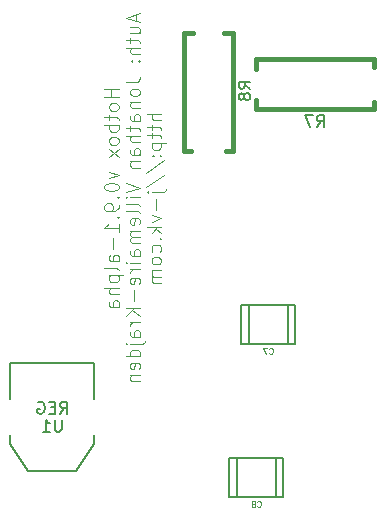
<source format=gbo>
%FSLAX34Y34*%
G04 Gerber Fmt 3.4, Leading zero omitted, Abs format*
G04 (created by PCBNEW (2014-jan-25)-product) date Fri 29 May 2015 04:51:05 AM EDT*
%MOIN*%
G01*
G70*
G90*
G04 APERTURE LIST*
%ADD10C,0.005906*%
%ADD11C,0.004724*%
%ADD12C,0.005000*%
%ADD13C,0.015000*%
%ADD14C,0.008000*%
%ADD15C,0.004700*%
G04 APERTURE END LIST*
G54D10*
G54D11*
X43455Y-57066D02*
X42982Y-57066D01*
X43207Y-57066D02*
X43207Y-57336D01*
X43455Y-57336D02*
X42982Y-57336D01*
X43455Y-57629D02*
X43432Y-57584D01*
X43410Y-57561D01*
X43365Y-57539D01*
X43230Y-57539D01*
X43185Y-57561D01*
X43162Y-57584D01*
X43140Y-57629D01*
X43140Y-57696D01*
X43162Y-57741D01*
X43185Y-57764D01*
X43230Y-57786D01*
X43365Y-57786D01*
X43410Y-57764D01*
X43432Y-57741D01*
X43455Y-57696D01*
X43455Y-57629D01*
X43140Y-57921D02*
X43140Y-58101D01*
X42982Y-57989D02*
X43387Y-57989D01*
X43432Y-58011D01*
X43455Y-58056D01*
X43455Y-58101D01*
X43455Y-58259D02*
X42982Y-58259D01*
X43162Y-58259D02*
X43140Y-58304D01*
X43140Y-58394D01*
X43162Y-58439D01*
X43185Y-58461D01*
X43230Y-58484D01*
X43365Y-58484D01*
X43410Y-58461D01*
X43432Y-58439D01*
X43455Y-58394D01*
X43455Y-58304D01*
X43432Y-58259D01*
X43455Y-58753D02*
X43432Y-58708D01*
X43410Y-58686D01*
X43365Y-58664D01*
X43230Y-58664D01*
X43185Y-58686D01*
X43162Y-58708D01*
X43140Y-58753D01*
X43140Y-58821D01*
X43162Y-58866D01*
X43185Y-58888D01*
X43230Y-58911D01*
X43365Y-58911D01*
X43410Y-58888D01*
X43432Y-58866D01*
X43455Y-58821D01*
X43455Y-58753D01*
X43455Y-59068D02*
X43140Y-59316D01*
X43140Y-59068D02*
X43455Y-59316D01*
X43140Y-59811D02*
X43455Y-59923D01*
X43140Y-60036D01*
X42982Y-60306D02*
X42982Y-60351D01*
X43005Y-60396D01*
X43027Y-60418D01*
X43072Y-60441D01*
X43162Y-60463D01*
X43275Y-60463D01*
X43365Y-60441D01*
X43410Y-60418D01*
X43432Y-60396D01*
X43455Y-60351D01*
X43455Y-60306D01*
X43432Y-60261D01*
X43410Y-60238D01*
X43365Y-60216D01*
X43275Y-60193D01*
X43162Y-60193D01*
X43072Y-60216D01*
X43027Y-60238D01*
X43005Y-60261D01*
X42982Y-60306D01*
X43410Y-60666D02*
X43432Y-60688D01*
X43455Y-60666D01*
X43432Y-60643D01*
X43410Y-60666D01*
X43455Y-60666D01*
X43455Y-60913D02*
X43455Y-61003D01*
X43432Y-61048D01*
X43410Y-61071D01*
X43342Y-61116D01*
X43252Y-61138D01*
X43072Y-61138D01*
X43027Y-61116D01*
X43005Y-61093D01*
X42982Y-61048D01*
X42982Y-60958D01*
X43005Y-60913D01*
X43027Y-60891D01*
X43072Y-60868D01*
X43185Y-60868D01*
X43230Y-60891D01*
X43252Y-60913D01*
X43275Y-60958D01*
X43275Y-61048D01*
X43252Y-61093D01*
X43230Y-61116D01*
X43185Y-61138D01*
X43410Y-61341D02*
X43432Y-61363D01*
X43455Y-61341D01*
X43432Y-61318D01*
X43410Y-61341D01*
X43455Y-61341D01*
X43455Y-61813D02*
X43455Y-61543D01*
X43455Y-61678D02*
X42982Y-61678D01*
X43050Y-61633D01*
X43095Y-61588D01*
X43117Y-61543D01*
X43275Y-62016D02*
X43275Y-62376D01*
X43455Y-62803D02*
X43207Y-62803D01*
X43162Y-62780D01*
X43140Y-62735D01*
X43140Y-62646D01*
X43162Y-62601D01*
X43432Y-62803D02*
X43455Y-62758D01*
X43455Y-62646D01*
X43432Y-62601D01*
X43387Y-62578D01*
X43342Y-62578D01*
X43297Y-62601D01*
X43275Y-62646D01*
X43275Y-62758D01*
X43252Y-62803D01*
X43455Y-63095D02*
X43432Y-63050D01*
X43387Y-63028D01*
X42982Y-63028D01*
X43140Y-63275D02*
X43612Y-63275D01*
X43162Y-63275D02*
X43140Y-63320D01*
X43140Y-63410D01*
X43162Y-63455D01*
X43185Y-63478D01*
X43230Y-63500D01*
X43365Y-63500D01*
X43410Y-63478D01*
X43432Y-63455D01*
X43455Y-63410D01*
X43455Y-63320D01*
X43432Y-63275D01*
X43455Y-63703D02*
X42982Y-63703D01*
X43455Y-63905D02*
X43207Y-63905D01*
X43162Y-63883D01*
X43140Y-63838D01*
X43140Y-63770D01*
X43162Y-63725D01*
X43185Y-63703D01*
X43455Y-64333D02*
X43207Y-64333D01*
X43162Y-64310D01*
X43140Y-64265D01*
X43140Y-64175D01*
X43162Y-64130D01*
X43432Y-64333D02*
X43455Y-64288D01*
X43455Y-64175D01*
X43432Y-64130D01*
X43387Y-64108D01*
X43342Y-64108D01*
X43297Y-64130D01*
X43275Y-64175D01*
X43275Y-64288D01*
X43252Y-64333D01*
X44028Y-54569D02*
X44028Y-54794D01*
X44163Y-54524D02*
X43691Y-54682D01*
X44163Y-54839D01*
X43848Y-55199D02*
X44163Y-55199D01*
X43848Y-54996D02*
X44096Y-54996D01*
X44141Y-55019D01*
X44163Y-55064D01*
X44163Y-55131D01*
X44141Y-55176D01*
X44118Y-55199D01*
X43848Y-55356D02*
X43848Y-55536D01*
X43691Y-55424D02*
X44096Y-55424D01*
X44141Y-55446D01*
X44163Y-55491D01*
X44163Y-55536D01*
X44163Y-55694D02*
X43691Y-55694D01*
X44163Y-55896D02*
X43916Y-55896D01*
X43871Y-55874D01*
X43848Y-55829D01*
X43848Y-55761D01*
X43871Y-55716D01*
X43893Y-55694D01*
X44118Y-56121D02*
X44141Y-56144D01*
X44163Y-56121D01*
X44141Y-56099D01*
X44118Y-56121D01*
X44163Y-56121D01*
X43871Y-56121D02*
X43893Y-56144D01*
X43916Y-56121D01*
X43893Y-56099D01*
X43871Y-56121D01*
X43916Y-56121D01*
X43691Y-56841D02*
X44028Y-56841D01*
X44096Y-56819D01*
X44141Y-56774D01*
X44163Y-56706D01*
X44163Y-56661D01*
X44163Y-57134D02*
X44141Y-57089D01*
X44118Y-57066D01*
X44073Y-57044D01*
X43938Y-57044D01*
X43893Y-57066D01*
X43871Y-57089D01*
X43848Y-57134D01*
X43848Y-57201D01*
X43871Y-57246D01*
X43893Y-57269D01*
X43938Y-57291D01*
X44073Y-57291D01*
X44118Y-57269D01*
X44141Y-57246D01*
X44163Y-57201D01*
X44163Y-57134D01*
X43848Y-57494D02*
X44163Y-57494D01*
X43893Y-57494D02*
X43871Y-57516D01*
X43848Y-57561D01*
X43848Y-57629D01*
X43871Y-57674D01*
X43916Y-57696D01*
X44163Y-57696D01*
X44163Y-58124D02*
X43916Y-58124D01*
X43871Y-58101D01*
X43848Y-58056D01*
X43848Y-57966D01*
X43871Y-57921D01*
X44141Y-58124D02*
X44163Y-58079D01*
X44163Y-57966D01*
X44141Y-57921D01*
X44096Y-57899D01*
X44051Y-57899D01*
X44006Y-57921D01*
X43983Y-57966D01*
X43983Y-58079D01*
X43961Y-58124D01*
X43848Y-58281D02*
X43848Y-58461D01*
X43691Y-58349D02*
X44096Y-58349D01*
X44141Y-58371D01*
X44163Y-58416D01*
X44163Y-58461D01*
X44163Y-58619D02*
X43691Y-58619D01*
X44163Y-58821D02*
X43916Y-58821D01*
X43871Y-58798D01*
X43848Y-58753D01*
X43848Y-58686D01*
X43871Y-58641D01*
X43893Y-58619D01*
X44163Y-59248D02*
X43916Y-59248D01*
X43871Y-59226D01*
X43848Y-59181D01*
X43848Y-59091D01*
X43871Y-59046D01*
X44141Y-59248D02*
X44163Y-59203D01*
X44163Y-59091D01*
X44141Y-59046D01*
X44096Y-59023D01*
X44051Y-59023D01*
X44006Y-59046D01*
X43983Y-59091D01*
X43983Y-59203D01*
X43961Y-59248D01*
X43848Y-59473D02*
X44163Y-59473D01*
X43893Y-59473D02*
X43871Y-59496D01*
X43848Y-59541D01*
X43848Y-59608D01*
X43871Y-59653D01*
X43916Y-59676D01*
X44163Y-59676D01*
X43691Y-60193D02*
X44163Y-60351D01*
X43691Y-60508D01*
X44163Y-60666D02*
X43848Y-60666D01*
X43691Y-60666D02*
X43713Y-60643D01*
X43736Y-60666D01*
X43713Y-60688D01*
X43691Y-60666D01*
X43736Y-60666D01*
X44163Y-60958D02*
X44141Y-60913D01*
X44096Y-60891D01*
X43691Y-60891D01*
X44163Y-61206D02*
X44141Y-61161D01*
X44096Y-61138D01*
X43691Y-61138D01*
X44141Y-61566D02*
X44163Y-61521D01*
X44163Y-61431D01*
X44141Y-61386D01*
X44096Y-61363D01*
X43916Y-61363D01*
X43871Y-61386D01*
X43848Y-61431D01*
X43848Y-61521D01*
X43871Y-61566D01*
X43916Y-61588D01*
X43961Y-61588D01*
X44006Y-61363D01*
X44163Y-61791D02*
X43848Y-61791D01*
X43893Y-61791D02*
X43871Y-61813D01*
X43848Y-61858D01*
X43848Y-61926D01*
X43871Y-61971D01*
X43916Y-61993D01*
X44163Y-61993D01*
X43916Y-61993D02*
X43871Y-62016D01*
X43848Y-62061D01*
X43848Y-62128D01*
X43871Y-62173D01*
X43916Y-62196D01*
X44163Y-62196D01*
X44163Y-62623D02*
X43916Y-62623D01*
X43871Y-62601D01*
X43848Y-62556D01*
X43848Y-62466D01*
X43871Y-62421D01*
X44141Y-62623D02*
X44163Y-62578D01*
X44163Y-62466D01*
X44141Y-62421D01*
X44096Y-62398D01*
X44051Y-62398D01*
X44006Y-62421D01*
X43983Y-62466D01*
X43983Y-62578D01*
X43961Y-62623D01*
X44163Y-62848D02*
X43848Y-62848D01*
X43691Y-62848D02*
X43713Y-62825D01*
X43736Y-62848D01*
X43713Y-62870D01*
X43691Y-62848D01*
X43736Y-62848D01*
X44163Y-63073D02*
X43848Y-63073D01*
X43938Y-63073D02*
X43893Y-63095D01*
X43871Y-63118D01*
X43848Y-63163D01*
X43848Y-63208D01*
X44141Y-63545D02*
X44163Y-63500D01*
X44163Y-63410D01*
X44141Y-63365D01*
X44096Y-63343D01*
X43916Y-63343D01*
X43871Y-63365D01*
X43848Y-63410D01*
X43848Y-63500D01*
X43871Y-63545D01*
X43916Y-63568D01*
X43961Y-63568D01*
X44006Y-63343D01*
X43983Y-63770D02*
X43983Y-64130D01*
X44163Y-64355D02*
X43691Y-64355D01*
X44163Y-64625D02*
X43893Y-64423D01*
X43691Y-64625D02*
X43961Y-64355D01*
X44163Y-64828D02*
X43848Y-64828D01*
X43938Y-64828D02*
X43893Y-64850D01*
X43871Y-64873D01*
X43848Y-64918D01*
X43848Y-64963D01*
X44163Y-65323D02*
X43916Y-65323D01*
X43871Y-65300D01*
X43848Y-65255D01*
X43848Y-65165D01*
X43871Y-65120D01*
X44141Y-65323D02*
X44163Y-65278D01*
X44163Y-65165D01*
X44141Y-65120D01*
X44096Y-65098D01*
X44051Y-65098D01*
X44006Y-65120D01*
X43983Y-65165D01*
X43983Y-65278D01*
X43961Y-65323D01*
X43848Y-65548D02*
X44253Y-65548D01*
X44298Y-65525D01*
X44321Y-65480D01*
X44321Y-65458D01*
X43691Y-65548D02*
X43713Y-65525D01*
X43736Y-65548D01*
X43713Y-65570D01*
X43691Y-65548D01*
X43736Y-65548D01*
X44163Y-65975D02*
X43691Y-65975D01*
X44141Y-65975D02*
X44163Y-65930D01*
X44163Y-65840D01*
X44141Y-65795D01*
X44118Y-65773D01*
X44073Y-65750D01*
X43938Y-65750D01*
X43893Y-65773D01*
X43871Y-65795D01*
X43848Y-65840D01*
X43848Y-65930D01*
X43871Y-65975D01*
X44141Y-66380D02*
X44163Y-66335D01*
X44163Y-66245D01*
X44141Y-66200D01*
X44096Y-66178D01*
X43916Y-66178D01*
X43871Y-66200D01*
X43848Y-66245D01*
X43848Y-66335D01*
X43871Y-66380D01*
X43916Y-66403D01*
X43961Y-66403D01*
X44006Y-66178D01*
X43848Y-66605D02*
X44163Y-66605D01*
X43893Y-66605D02*
X43871Y-66628D01*
X43848Y-66673D01*
X43848Y-66740D01*
X43871Y-66785D01*
X43916Y-66807D01*
X44163Y-66807D01*
X44872Y-57887D02*
X44399Y-57887D01*
X44872Y-58090D02*
X44624Y-58090D01*
X44579Y-58067D01*
X44557Y-58022D01*
X44557Y-57955D01*
X44579Y-57910D01*
X44602Y-57887D01*
X44557Y-58247D02*
X44557Y-58427D01*
X44399Y-58315D02*
X44804Y-58315D01*
X44849Y-58337D01*
X44872Y-58382D01*
X44872Y-58427D01*
X44557Y-58517D02*
X44557Y-58697D01*
X44399Y-58585D02*
X44804Y-58585D01*
X44849Y-58607D01*
X44872Y-58652D01*
X44872Y-58697D01*
X44557Y-58855D02*
X45029Y-58855D01*
X44579Y-58855D02*
X44557Y-58900D01*
X44557Y-58990D01*
X44579Y-59035D01*
X44602Y-59057D01*
X44647Y-59080D01*
X44782Y-59080D01*
X44827Y-59057D01*
X44849Y-59035D01*
X44872Y-58990D01*
X44872Y-58900D01*
X44849Y-58855D01*
X44827Y-59282D02*
X44849Y-59305D01*
X44872Y-59282D01*
X44849Y-59260D01*
X44827Y-59282D01*
X44872Y-59282D01*
X44579Y-59282D02*
X44602Y-59305D01*
X44624Y-59282D01*
X44602Y-59260D01*
X44579Y-59282D01*
X44624Y-59282D01*
X44377Y-59845D02*
X44984Y-59440D01*
X44377Y-60340D02*
X44984Y-59935D01*
X44557Y-60497D02*
X44962Y-60497D01*
X45007Y-60475D01*
X45029Y-60430D01*
X45029Y-60407D01*
X44399Y-60497D02*
X44422Y-60475D01*
X44444Y-60497D01*
X44422Y-60520D01*
X44399Y-60497D01*
X44444Y-60497D01*
X44692Y-60722D02*
X44692Y-61082D01*
X44557Y-61262D02*
X44872Y-61374D01*
X44557Y-61487D01*
X44872Y-61667D02*
X44399Y-61667D01*
X44692Y-61712D02*
X44872Y-61847D01*
X44557Y-61847D02*
X44737Y-61667D01*
X44827Y-62049D02*
X44849Y-62072D01*
X44872Y-62049D01*
X44849Y-62027D01*
X44827Y-62049D01*
X44872Y-62049D01*
X44849Y-62477D02*
X44872Y-62432D01*
X44872Y-62342D01*
X44849Y-62297D01*
X44827Y-62274D01*
X44782Y-62252D01*
X44647Y-62252D01*
X44602Y-62274D01*
X44579Y-62297D01*
X44557Y-62342D01*
X44557Y-62432D01*
X44579Y-62477D01*
X44872Y-62747D02*
X44849Y-62702D01*
X44827Y-62679D01*
X44782Y-62657D01*
X44647Y-62657D01*
X44602Y-62679D01*
X44579Y-62702D01*
X44557Y-62747D01*
X44557Y-62814D01*
X44579Y-62859D01*
X44602Y-62882D01*
X44647Y-62904D01*
X44782Y-62904D01*
X44827Y-62882D01*
X44849Y-62859D01*
X44872Y-62814D01*
X44872Y-62747D01*
X44872Y-63107D02*
X44557Y-63107D01*
X44602Y-63107D02*
X44579Y-63129D01*
X44557Y-63174D01*
X44557Y-63242D01*
X44579Y-63287D01*
X44624Y-63309D01*
X44872Y-63309D01*
X44624Y-63309D02*
X44579Y-63332D01*
X44557Y-63377D01*
X44557Y-63444D01*
X44579Y-63489D01*
X44624Y-63512D01*
X44872Y-63512D01*
G54D12*
X49100Y-65550D02*
X49100Y-64250D01*
X47800Y-65550D02*
X47800Y-64250D01*
X47550Y-65550D02*
X47550Y-64250D01*
X47550Y-64250D02*
X49350Y-64250D01*
X49350Y-64250D02*
X49350Y-65550D01*
X49350Y-65550D02*
X47550Y-65550D01*
X48700Y-70650D02*
X48700Y-69350D01*
X47400Y-70650D02*
X47400Y-69350D01*
X47150Y-70650D02*
X47150Y-69350D01*
X47150Y-69350D02*
X48950Y-69350D01*
X48950Y-69350D02*
X48950Y-70650D01*
X48950Y-70650D02*
X47150Y-70650D01*
G54D13*
X48031Y-56073D02*
X48031Y-56388D01*
X51969Y-57491D02*
X51969Y-57727D01*
X51969Y-57727D02*
X48031Y-57727D01*
X48031Y-57727D02*
X48031Y-57412D01*
X48071Y-56073D02*
X50591Y-56073D01*
X50591Y-56073D02*
X51969Y-56073D01*
X51969Y-56073D02*
X51969Y-56309D01*
X47277Y-55181D02*
X46962Y-55181D01*
X45859Y-59119D02*
X45623Y-59119D01*
X45623Y-59119D02*
X45623Y-55181D01*
X45623Y-55181D02*
X45938Y-55181D01*
X47277Y-55221D02*
X47277Y-57741D01*
X47277Y-57741D02*
X47277Y-59119D01*
X47277Y-59119D02*
X47041Y-59119D01*
G54D14*
X39850Y-67400D02*
X39850Y-66200D01*
X39850Y-66200D02*
X42650Y-66200D01*
X42650Y-66200D02*
X42650Y-67400D01*
X39850Y-68600D02*
X39850Y-68900D01*
X39850Y-68900D02*
X40450Y-69800D01*
X40450Y-69800D02*
X42050Y-69800D01*
X42050Y-69800D02*
X42650Y-68900D01*
X42650Y-68900D02*
X42650Y-68600D01*
G54D15*
X48482Y-65870D02*
X48492Y-65879D01*
X48520Y-65889D01*
X48539Y-65889D01*
X48567Y-65879D01*
X48586Y-65860D01*
X48595Y-65842D01*
X48604Y-65804D01*
X48604Y-65776D01*
X48595Y-65739D01*
X48586Y-65720D01*
X48567Y-65701D01*
X48539Y-65692D01*
X48520Y-65692D01*
X48492Y-65701D01*
X48482Y-65710D01*
X48417Y-65692D02*
X48285Y-65692D01*
X48370Y-65889D01*
X48082Y-70970D02*
X48092Y-70979D01*
X48120Y-70989D01*
X48139Y-70989D01*
X48167Y-70979D01*
X48186Y-70960D01*
X48195Y-70942D01*
X48204Y-70904D01*
X48204Y-70876D01*
X48195Y-70839D01*
X48186Y-70820D01*
X48167Y-70801D01*
X48139Y-70792D01*
X48120Y-70792D01*
X48092Y-70801D01*
X48082Y-70810D01*
X47970Y-70876D02*
X47989Y-70867D01*
X47998Y-70857D01*
X48007Y-70839D01*
X48007Y-70829D01*
X47998Y-70810D01*
X47989Y-70801D01*
X47970Y-70792D01*
X47932Y-70792D01*
X47913Y-70801D01*
X47904Y-70810D01*
X47895Y-70829D01*
X47895Y-70839D01*
X47904Y-70857D01*
X47913Y-70867D01*
X47932Y-70876D01*
X47970Y-70876D01*
X47989Y-70885D01*
X47998Y-70895D01*
X48007Y-70914D01*
X48007Y-70951D01*
X47998Y-70970D01*
X47989Y-70979D01*
X47970Y-70989D01*
X47932Y-70989D01*
X47913Y-70979D01*
X47904Y-70970D01*
X47895Y-70951D01*
X47895Y-70914D01*
X47904Y-70895D01*
X47913Y-70885D01*
X47932Y-70876D01*
G54D10*
X50065Y-58328D02*
X50196Y-58140D01*
X50290Y-58328D02*
X50290Y-57934D01*
X50140Y-57934D01*
X50103Y-57953D01*
X50084Y-57971D01*
X50065Y-58009D01*
X50065Y-58065D01*
X50084Y-58103D01*
X50103Y-58121D01*
X50140Y-58140D01*
X50290Y-58140D01*
X49934Y-57934D02*
X49671Y-57934D01*
X49840Y-58328D01*
X47848Y-57045D02*
X47660Y-56914D01*
X47848Y-56820D02*
X47454Y-56820D01*
X47454Y-56970D01*
X47473Y-57007D01*
X47491Y-57026D01*
X47529Y-57045D01*
X47585Y-57045D01*
X47623Y-57026D01*
X47641Y-57007D01*
X47660Y-56970D01*
X47660Y-56820D01*
X47623Y-57270D02*
X47604Y-57232D01*
X47585Y-57214D01*
X47548Y-57195D01*
X47529Y-57195D01*
X47491Y-57214D01*
X47473Y-57232D01*
X47454Y-57270D01*
X47454Y-57345D01*
X47473Y-57382D01*
X47491Y-57401D01*
X47529Y-57420D01*
X47548Y-57420D01*
X47585Y-57401D01*
X47604Y-57382D01*
X47623Y-57345D01*
X47623Y-57270D01*
X47641Y-57232D01*
X47660Y-57214D01*
X47698Y-57195D01*
X47773Y-57195D01*
X47810Y-57214D01*
X47829Y-57232D01*
X47848Y-57270D01*
X47848Y-57345D01*
X47829Y-57382D01*
X47810Y-57401D01*
X47773Y-57420D01*
X47698Y-57420D01*
X47660Y-57401D01*
X47641Y-57382D01*
X47623Y-57345D01*
G54D14*
X41554Y-68080D02*
X41554Y-68404D01*
X41535Y-68442D01*
X41516Y-68461D01*
X41478Y-68480D01*
X41402Y-68480D01*
X41364Y-68461D01*
X41345Y-68442D01*
X41326Y-68404D01*
X41326Y-68080D01*
X40926Y-68480D02*
X41154Y-68480D01*
X41040Y-68480D02*
X41040Y-68080D01*
X41078Y-68138D01*
X41116Y-68176D01*
X41154Y-68195D01*
X41507Y-67880D02*
X41640Y-67690D01*
X41735Y-67880D02*
X41735Y-67480D01*
X41583Y-67480D01*
X41545Y-67500D01*
X41526Y-67519D01*
X41507Y-67557D01*
X41507Y-67614D01*
X41526Y-67652D01*
X41545Y-67671D01*
X41583Y-67690D01*
X41735Y-67690D01*
X41335Y-67671D02*
X41202Y-67671D01*
X41145Y-67880D02*
X41335Y-67880D01*
X41335Y-67480D01*
X41145Y-67480D01*
X40764Y-67500D02*
X40802Y-67480D01*
X40859Y-67480D01*
X40916Y-67500D01*
X40954Y-67538D01*
X40973Y-67576D01*
X40992Y-67652D01*
X40992Y-67709D01*
X40973Y-67785D01*
X40954Y-67823D01*
X40916Y-67861D01*
X40859Y-67880D01*
X40821Y-67880D01*
X40764Y-67861D01*
X40745Y-67842D01*
X40745Y-67709D01*
X40821Y-67709D01*
M02*

</source>
